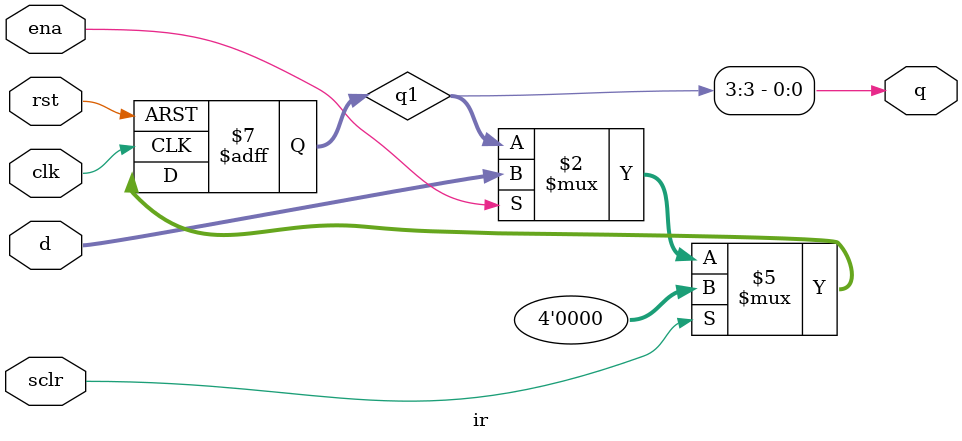
<source format=v>
module ir
	#(	parameter		DATA_WIDTH = 4)
	(	input		wire	clk,
		input		wire	ena,
		input		wire	rst,
		input		wire	sclr,
		input		wire	[DATA_WIDTH-1:0]	d,
		output	wire	[DATA_WIDTH-4:0]	q
	);
	
	reg	[DATA_WIDTH-1:0] q1;
	
	always @(posedge clk, posedge rst) begin
		if (rst) begin
			q1 <= {DATA_WIDTH{1'b0}};
		end else if (sclr) begin
			q1 <= {DATA_WIDTH{1'b0}};
		end else if (ena) begin
			q1 <= d;
		end
	end
	
	assign	q = {q1[7:3]};
	
endmodule
</source>
